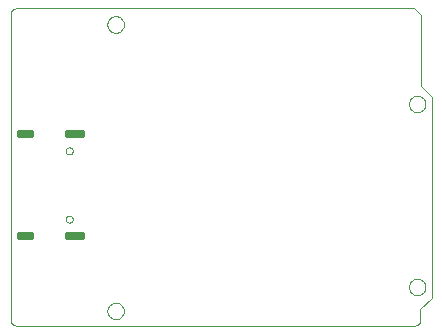
<source format=gbr>
G04 PROTEUS RS274X GERBER FILE*
%FSLAX45Y45*%
%MOMM*%
G01*
%ADD12C,0.300000*%
%ADD46C,0.025400*%
D12*
X+615000Y+770650D02*
X+615000Y+740650D01*
X+475000Y+740650D01*
X+475000Y+770650D01*
X+615000Y+770650D01*
X+615000Y+1634650D02*
X+615000Y+1604650D01*
X+475000Y+1604650D01*
X+475000Y+1634650D01*
X+615000Y+1634650D01*
X+182000Y+770650D02*
X+182000Y+740650D01*
X+72000Y+740650D01*
X+72000Y+770650D01*
X+182000Y+770650D01*
X+182000Y+1634650D02*
X+182000Y+1604650D01*
X+72000Y+1604650D01*
X+72000Y+1634650D01*
X+182000Y+1634650D01*
D46*
X+525000Y+898650D02*
X+524897Y+901139D01*
X+524055Y+906119D01*
X+522295Y+911099D01*
X+519418Y+916079D01*
X+515017Y+920995D01*
X+510037Y+924609D01*
X+505057Y+926914D01*
X+500077Y+928217D01*
X+495097Y+928650D01*
X+495000Y+928650D01*
X+465000Y+898650D02*
X+465103Y+901139D01*
X+465945Y+906119D01*
X+467705Y+911099D01*
X+470582Y+916079D01*
X+474983Y+920995D01*
X+479963Y+924609D01*
X+484943Y+926914D01*
X+489923Y+928217D01*
X+494903Y+928650D01*
X+495000Y+928650D01*
X+465000Y+898650D02*
X+465103Y+896161D01*
X+465945Y+891181D01*
X+467705Y+886201D01*
X+470582Y+881221D01*
X+474983Y+876305D01*
X+479963Y+872691D01*
X+484943Y+870386D01*
X+489923Y+869083D01*
X+494903Y+868650D01*
X+495000Y+868650D01*
X+525000Y+898650D02*
X+524897Y+896161D01*
X+524055Y+891181D01*
X+522295Y+886201D01*
X+519418Y+881221D01*
X+515017Y+876305D01*
X+510037Y+872691D01*
X+505057Y+870386D01*
X+500077Y+869083D01*
X+495097Y+868650D01*
X+495000Y+868650D01*
X+525000Y+1476650D02*
X+524897Y+1479139D01*
X+524055Y+1484119D01*
X+522295Y+1489099D01*
X+519418Y+1494079D01*
X+515017Y+1498995D01*
X+510037Y+1502609D01*
X+505057Y+1504914D01*
X+500077Y+1506217D01*
X+495097Y+1506650D01*
X+495000Y+1506650D01*
X+465000Y+1476650D02*
X+465103Y+1479139D01*
X+465945Y+1484119D01*
X+467705Y+1489099D01*
X+470582Y+1494079D01*
X+474983Y+1498995D01*
X+479963Y+1502609D01*
X+484943Y+1504914D01*
X+489923Y+1506217D01*
X+494903Y+1506650D01*
X+495000Y+1506650D01*
X+465000Y+1476650D02*
X+465103Y+1474161D01*
X+465945Y+1469181D01*
X+467705Y+1464201D01*
X+470582Y+1459221D01*
X+474983Y+1454305D01*
X+479963Y+1450691D01*
X+484943Y+1448386D01*
X+489923Y+1447083D01*
X+494903Y+1446650D01*
X+495000Y+1446650D01*
X+525000Y+1476650D02*
X+524897Y+1474161D01*
X+524055Y+1469181D01*
X+522295Y+1464201D01*
X+519418Y+1459221D01*
X+515017Y+1454305D01*
X+510037Y+1450691D01*
X+505057Y+1448386D01*
X+500077Y+1447083D01*
X+495097Y+1446650D01*
X+495000Y+1446650D01*
X+959000Y+2546350D02*
X+958761Y+2552129D01*
X+956819Y+2563689D01*
X+952756Y+2575249D01*
X+946123Y+2586809D01*
X+935976Y+2598247D01*
X+924416Y+2606730D01*
X+912856Y+2612160D01*
X+901296Y+2615262D01*
X+889736Y+2616346D01*
X+889000Y+2616350D01*
X+819000Y+2546350D02*
X+819239Y+2552129D01*
X+821181Y+2563689D01*
X+825244Y+2575249D01*
X+831877Y+2586809D01*
X+842024Y+2598247D01*
X+853584Y+2606730D01*
X+865144Y+2612160D01*
X+876704Y+2615262D01*
X+888264Y+2616346D01*
X+889000Y+2616350D01*
X+819000Y+2546350D02*
X+819239Y+2540571D01*
X+821181Y+2529011D01*
X+825244Y+2517451D01*
X+831877Y+2505891D01*
X+842024Y+2494453D01*
X+853584Y+2485970D01*
X+865144Y+2480540D01*
X+876704Y+2477438D01*
X+888264Y+2476354D01*
X+889000Y+2476350D01*
X+959000Y+2546350D02*
X+958761Y+2540571D01*
X+956819Y+2529011D01*
X+952756Y+2517451D01*
X+946123Y+2505891D01*
X+935976Y+2494453D01*
X+924416Y+2485970D01*
X+912856Y+2480540D01*
X+901296Y+2477438D01*
X+889736Y+2476354D01*
X+889000Y+2476350D01*
X+959000Y+120650D02*
X+958761Y+126429D01*
X+956819Y+137989D01*
X+952756Y+149549D01*
X+946123Y+161109D01*
X+935976Y+172547D01*
X+924416Y+181030D01*
X+912856Y+186460D01*
X+901296Y+189562D01*
X+889736Y+190646D01*
X+889000Y+190650D01*
X+819000Y+120650D02*
X+819239Y+126429D01*
X+821181Y+137989D01*
X+825244Y+149549D01*
X+831877Y+161109D01*
X+842024Y+172547D01*
X+853584Y+181030D01*
X+865144Y+186460D01*
X+876704Y+189562D01*
X+888264Y+190646D01*
X+889000Y+190650D01*
X+819000Y+120650D02*
X+819239Y+114871D01*
X+821181Y+103311D01*
X+825244Y+91751D01*
X+831877Y+80191D01*
X+842024Y+68753D01*
X+853584Y+60270D01*
X+865144Y+54840D01*
X+876704Y+51738D01*
X+888264Y+50654D01*
X+889000Y+50650D01*
X+959000Y+120650D02*
X+958761Y+114871D01*
X+956819Y+103311D01*
X+952756Y+91751D01*
X+946123Y+80191D01*
X+935976Y+68753D01*
X+924416Y+60270D01*
X+912856Y+54840D01*
X+901296Y+51738D01*
X+889736Y+50654D01*
X+889000Y+50650D01*
X+3416300Y+2684780D02*
X+3472180Y+2628900D01*
X+3472180Y+2021840D01*
X+3469640Y+137160D02*
X+3469640Y+45720D01*
X+3465721Y+25727D01*
X+3454956Y+9604D01*
X+3438833Y-1161D01*
X+3418840Y-5080D01*
X+50800Y-5080D02*
X+30807Y-1161D01*
X+14684Y+9604D01*
X+3919Y+25727D01*
X+0Y+45720D01*
X+0Y+2633980D02*
X+3919Y+2653973D01*
X+14684Y+2670096D01*
X+30807Y+2680861D01*
X+50800Y+2684780D01*
X+0Y+2633980D02*
X+0Y+45720D01*
X+50800Y-5080D02*
X+3418840Y-5080D01*
X+50800Y+2684780D02*
X+3416300Y+2684780D01*
X+3469640Y+137160D02*
X+3563620Y+231140D01*
X+3472180Y+2021840D02*
X+3563620Y+1930400D01*
X+3563620Y+231140D01*
X+3511700Y+323850D02*
X+3511461Y+329629D01*
X+3509519Y+341189D01*
X+3505456Y+352749D01*
X+3498823Y+364309D01*
X+3488676Y+375747D01*
X+3477116Y+384230D01*
X+3465556Y+389660D01*
X+3453996Y+392762D01*
X+3442436Y+393846D01*
X+3441700Y+393850D01*
X+3371700Y+323850D02*
X+3371939Y+329629D01*
X+3373881Y+341189D01*
X+3377944Y+352749D01*
X+3384577Y+364309D01*
X+3394724Y+375747D01*
X+3406284Y+384230D01*
X+3417844Y+389660D01*
X+3429404Y+392762D01*
X+3440964Y+393846D01*
X+3441700Y+393850D01*
X+3371700Y+323850D02*
X+3371939Y+318071D01*
X+3373881Y+306511D01*
X+3377944Y+294951D01*
X+3384577Y+283391D01*
X+3394724Y+271953D01*
X+3406284Y+263470D01*
X+3417844Y+258040D01*
X+3429404Y+254938D01*
X+3440964Y+253854D01*
X+3441700Y+253850D01*
X+3511700Y+323850D02*
X+3511461Y+318071D01*
X+3509519Y+306511D01*
X+3505456Y+294951D01*
X+3498823Y+283391D01*
X+3488676Y+271953D01*
X+3477116Y+263470D01*
X+3465556Y+258040D01*
X+3453996Y+254938D01*
X+3442436Y+253854D01*
X+3441700Y+253850D01*
X+3511700Y+1873250D02*
X+3511461Y+1879029D01*
X+3509519Y+1890589D01*
X+3505456Y+1902149D01*
X+3498823Y+1913709D01*
X+3488676Y+1925147D01*
X+3477116Y+1933630D01*
X+3465556Y+1939060D01*
X+3453996Y+1942162D01*
X+3442436Y+1943246D01*
X+3441700Y+1943250D01*
X+3371700Y+1873250D02*
X+3371939Y+1879029D01*
X+3373881Y+1890589D01*
X+3377944Y+1902149D01*
X+3384577Y+1913709D01*
X+3394724Y+1925147D01*
X+3406284Y+1933630D01*
X+3417844Y+1939060D01*
X+3429404Y+1942162D01*
X+3440964Y+1943246D01*
X+3441700Y+1943250D01*
X+3371700Y+1873250D02*
X+3371939Y+1867471D01*
X+3373881Y+1855911D01*
X+3377944Y+1844351D01*
X+3384577Y+1832791D01*
X+3394724Y+1821353D01*
X+3406284Y+1812870D01*
X+3417844Y+1807440D01*
X+3429404Y+1804338D01*
X+3440964Y+1803254D01*
X+3441700Y+1803250D01*
X+3511700Y+1873250D02*
X+3511461Y+1867471D01*
X+3509519Y+1855911D01*
X+3505456Y+1844351D01*
X+3498823Y+1832791D01*
X+3488676Y+1821353D01*
X+3477116Y+1812870D01*
X+3465556Y+1807440D01*
X+3453996Y+1804338D01*
X+3442436Y+1803254D01*
X+3441700Y+1803250D01*
M02*

</source>
